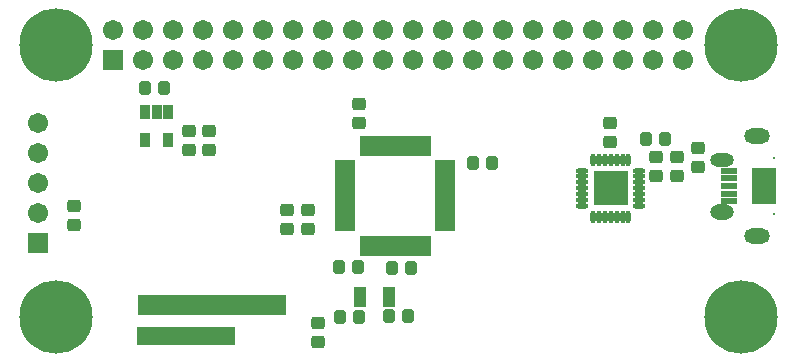
<source format=gts>
G04 Layer_Color=8388736*
%FSLAX44Y44*%
%MOMM*%
G71*
G01*
G75*
%ADD16R,3.0000X3.0000*%
%ADD38R,8.3000X1.6500*%
%ADD39R,12.6250X1.8000*%
G04:AMPARAMS|DCode=40|XSize=1.1032mm|YSize=1.0032mm|CornerRadius=0.1816mm|HoleSize=0mm|Usage=FLASHONLY|Rotation=90.000|XOffset=0mm|YOffset=0mm|HoleType=Round|Shape=RoundedRectangle|*
%AMROUNDEDRECTD40*
21,1,1.1032,0.6400,0,0,90.0*
21,1,0.7400,1.0032,0,0,90.0*
1,1,0.3632,0.3200,0.3700*
1,1,0.3632,0.3200,-0.3700*
1,1,0.3632,-0.3200,-0.3700*
1,1,0.3632,-0.3200,0.3700*
%
%ADD40ROUNDEDRECTD40*%
G04:AMPARAMS|DCode=41|XSize=1.1032mm|YSize=1.0032mm|CornerRadius=0.1816mm|HoleSize=0mm|Usage=FLASHONLY|Rotation=0.000|XOffset=0mm|YOffset=0mm|HoleType=Round|Shape=RoundedRectangle|*
%AMROUNDEDRECTD41*
21,1,1.1032,0.6400,0,0,0.0*
21,1,0.7400,1.0032,0,0,0.0*
1,1,0.3632,0.3700,-0.3200*
1,1,0.3632,-0.3700,-0.3200*
1,1,0.3632,-0.3700,0.3200*
1,1,0.3632,0.3700,0.3200*
%
%ADD41ROUNDEDRECTD41*%
%ADD42R,1.6532X0.5032*%
%ADD43R,0.5032X1.6532*%
%ADD44O,0.4532X1.1032*%
%ADD45O,1.1032X0.4532*%
%ADD46R,0.8532X1.3032*%
%ADD47R,1.1000X1.7000*%
%ADD48R,2.1032X3.1032*%
%ADD49R,1.4800X0.5000*%
%ADD50R,1.4800X0.5500*%
%ADD51C,1.7032*%
%ADD52R,1.7032X1.7032*%
%ADD53R,1.7032X1.7032*%
%ADD54C,0.2032*%
%ADD55O,2.2032X1.3032*%
%ADD56O,2.0032X1.3032*%
%ADD57O,2.0032X1.1532*%
%ADD58C,6.2032*%
D16*
X470000Y108750D02*
D03*
D38*
X110500Y-16250D02*
D03*
D39*
X132375Y9750D02*
D03*
D40*
X75500Y193250D02*
D03*
X91500D02*
D03*
X256750Y-250D02*
D03*
X240750D02*
D03*
X256000Y41750D02*
D03*
X240000D02*
D03*
X282250Y500D02*
D03*
X298250D02*
D03*
X300500Y41250D02*
D03*
X284500D02*
D03*
X353500Y130000D02*
D03*
X369500D02*
D03*
X515750Y150250D02*
D03*
X499750D02*
D03*
D41*
X113000Y157500D02*
D03*
Y141500D02*
D03*
X129750Y141250D02*
D03*
Y157250D02*
D03*
X214000Y74500D02*
D03*
Y90500D02*
D03*
X256500Y164250D02*
D03*
Y180250D02*
D03*
X15750Y94000D02*
D03*
Y78000D02*
D03*
X196000Y90500D02*
D03*
Y74500D02*
D03*
X222000Y-5500D02*
D03*
Y-21500D02*
D03*
X508750Y135250D02*
D03*
Y119250D02*
D03*
X526000D02*
D03*
Y135250D02*
D03*
X469750Y147750D02*
D03*
Y163750D02*
D03*
X544000Y142750D02*
D03*
Y126750D02*
D03*
D42*
X245250Y75000D02*
D03*
Y80000D02*
D03*
Y85000D02*
D03*
Y90000D02*
D03*
Y95000D02*
D03*
Y100000D02*
D03*
Y105000D02*
D03*
Y110000D02*
D03*
Y115000D02*
D03*
Y120000D02*
D03*
Y125000D02*
D03*
Y130000D02*
D03*
X329750D02*
D03*
Y125000D02*
D03*
Y120000D02*
D03*
Y115000D02*
D03*
Y110000D02*
D03*
Y105000D02*
D03*
Y100000D02*
D03*
Y95000D02*
D03*
Y90000D02*
D03*
Y85000D02*
D03*
Y80000D02*
D03*
Y75000D02*
D03*
D43*
X260000Y144750D02*
D03*
X265000D02*
D03*
X270000D02*
D03*
X275000D02*
D03*
X280000D02*
D03*
X285000D02*
D03*
X290000D02*
D03*
X295000D02*
D03*
X300000D02*
D03*
X305000D02*
D03*
X310000D02*
D03*
X315000D02*
D03*
Y60250D02*
D03*
X310000D02*
D03*
X305000D02*
D03*
X300000D02*
D03*
X295000D02*
D03*
X290000D02*
D03*
X285000D02*
D03*
X280000D02*
D03*
X275000D02*
D03*
X270000D02*
D03*
X265000D02*
D03*
X260000D02*
D03*
D44*
X485000Y84750D02*
D03*
X480000D02*
D03*
X475000D02*
D03*
X470000D02*
D03*
X465000D02*
D03*
X460000D02*
D03*
X455000D02*
D03*
Y132750D02*
D03*
X460000D02*
D03*
X465000D02*
D03*
X470000D02*
D03*
X475000D02*
D03*
X480000D02*
D03*
X485000D02*
D03*
D45*
X446000Y93750D02*
D03*
Y98750D02*
D03*
Y103750D02*
D03*
Y108750D02*
D03*
Y113750D02*
D03*
Y118750D02*
D03*
Y123750D02*
D03*
X494000D02*
D03*
Y118750D02*
D03*
Y113750D02*
D03*
Y108750D02*
D03*
Y103750D02*
D03*
Y98750D02*
D03*
Y93750D02*
D03*
D46*
X95000Y173500D02*
D03*
X85500D02*
D03*
X76000D02*
D03*
Y149500D02*
D03*
X95000D02*
D03*
D47*
X282500Y16500D02*
D03*
X257500D02*
D03*
D48*
X600051Y110750D02*
D03*
D49*
X569751Y123750D02*
D03*
D50*
Y104250D02*
D03*
Y97750D02*
D03*
Y117250D02*
D03*
Y110750D02*
D03*
D51*
X150250Y217300D02*
D03*
X124900D02*
D03*
X99500D02*
D03*
X74100D02*
D03*
X175700D02*
D03*
X201100D02*
D03*
X226500D02*
D03*
X251850D02*
D03*
X277300D02*
D03*
X302700D02*
D03*
X328100D02*
D03*
X353500D02*
D03*
Y242700D02*
D03*
X328100D02*
D03*
X302700D02*
D03*
X277300D02*
D03*
X251850D02*
D03*
X226500D02*
D03*
X201100D02*
D03*
X175700D02*
D03*
X74100D02*
D03*
X99500D02*
D03*
X124900D02*
D03*
X150250D02*
D03*
X48700D02*
D03*
X378900D02*
D03*
X404300D02*
D03*
X429650D02*
D03*
X455100D02*
D03*
X480500D02*
D03*
X505900D02*
D03*
X531300D02*
D03*
Y217300D02*
D03*
X505900D02*
D03*
X480500D02*
D03*
X455100D02*
D03*
X429650D02*
D03*
X404300D02*
D03*
X378900D02*
D03*
X-14500Y163850D02*
D03*
Y138500D02*
D03*
Y113100D02*
D03*
Y87700D02*
D03*
D52*
X48700Y217300D02*
D03*
D53*
X-14500Y62300D02*
D03*
D54*
X608050Y87000D02*
D03*
Y134500D02*
D03*
D55*
X594050Y68750D02*
D03*
Y152750D02*
D03*
D56*
X564050Y88750D02*
D03*
D57*
Y132750D02*
D03*
D58*
X0Y0D02*
D03*
Y230000D02*
D03*
X580000Y0D02*
D03*
Y230000D02*
D03*
M02*

</source>
